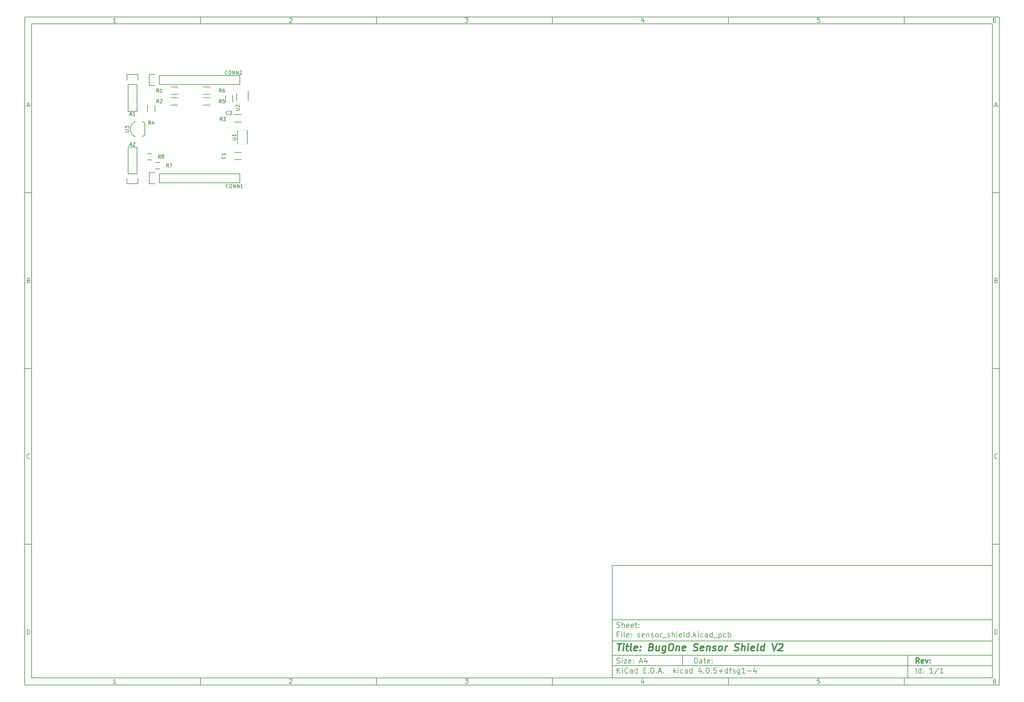
<source format=gto>
G04 #@! TF.FileFunction,Legend,Top*
%FSLAX46Y46*%
G04 Gerber Fmt 4.6, Leading zero omitted, Abs format (unit mm)*
G04 Created by KiCad (PCBNEW 4.0.5+dfsg1-4) date Tue Mar  7 19:26:32 2017*
%MOMM*%
%LPD*%
G01*
G04 APERTURE LIST*
%ADD10C,0.100000*%
%ADD11C,0.150000*%
%ADD12C,0.300000*%
%ADD13C,0.400000*%
G04 APERTURE END LIST*
D10*
D11*
X177002200Y-166007200D02*
X177002200Y-198007200D01*
X285002200Y-198007200D01*
X285002200Y-166007200D01*
X177002200Y-166007200D01*
D10*
D11*
X10000000Y-10000000D02*
X10000000Y-200007200D01*
X287002200Y-200007200D01*
X287002200Y-10000000D01*
X10000000Y-10000000D01*
D10*
D11*
X12000000Y-12000000D02*
X12000000Y-198007200D01*
X285002200Y-198007200D01*
X285002200Y-12000000D01*
X12000000Y-12000000D01*
D10*
D11*
X60000000Y-12000000D02*
X60000000Y-10000000D01*
D10*
D11*
X110000000Y-12000000D02*
X110000000Y-10000000D01*
D10*
D11*
X160000000Y-12000000D02*
X160000000Y-10000000D01*
D10*
D11*
X210000000Y-12000000D02*
X210000000Y-10000000D01*
D10*
D11*
X260000000Y-12000000D02*
X260000000Y-10000000D01*
D10*
D11*
X35990476Y-11588095D02*
X35247619Y-11588095D01*
X35619048Y-11588095D02*
X35619048Y-10288095D01*
X35495238Y-10473810D01*
X35371429Y-10597619D01*
X35247619Y-10659524D01*
D10*
D11*
X85247619Y-10411905D02*
X85309524Y-10350000D01*
X85433333Y-10288095D01*
X85742857Y-10288095D01*
X85866667Y-10350000D01*
X85928571Y-10411905D01*
X85990476Y-10535714D01*
X85990476Y-10659524D01*
X85928571Y-10845238D01*
X85185714Y-11588095D01*
X85990476Y-11588095D01*
D10*
D11*
X135185714Y-10288095D02*
X135990476Y-10288095D01*
X135557143Y-10783333D01*
X135742857Y-10783333D01*
X135866667Y-10845238D01*
X135928571Y-10907143D01*
X135990476Y-11030952D01*
X135990476Y-11340476D01*
X135928571Y-11464286D01*
X135866667Y-11526190D01*
X135742857Y-11588095D01*
X135371429Y-11588095D01*
X135247619Y-11526190D01*
X135185714Y-11464286D01*
D10*
D11*
X185866667Y-10721429D02*
X185866667Y-11588095D01*
X185557143Y-10226190D02*
X185247619Y-11154762D01*
X186052381Y-11154762D01*
D10*
D11*
X235928571Y-10288095D02*
X235309524Y-10288095D01*
X235247619Y-10907143D01*
X235309524Y-10845238D01*
X235433333Y-10783333D01*
X235742857Y-10783333D01*
X235866667Y-10845238D01*
X235928571Y-10907143D01*
X235990476Y-11030952D01*
X235990476Y-11340476D01*
X235928571Y-11464286D01*
X235866667Y-11526190D01*
X235742857Y-11588095D01*
X235433333Y-11588095D01*
X235309524Y-11526190D01*
X235247619Y-11464286D01*
D10*
D11*
X285866667Y-10288095D02*
X285619048Y-10288095D01*
X285495238Y-10350000D01*
X285433333Y-10411905D01*
X285309524Y-10597619D01*
X285247619Y-10845238D01*
X285247619Y-11340476D01*
X285309524Y-11464286D01*
X285371429Y-11526190D01*
X285495238Y-11588095D01*
X285742857Y-11588095D01*
X285866667Y-11526190D01*
X285928571Y-11464286D01*
X285990476Y-11340476D01*
X285990476Y-11030952D01*
X285928571Y-10907143D01*
X285866667Y-10845238D01*
X285742857Y-10783333D01*
X285495238Y-10783333D01*
X285371429Y-10845238D01*
X285309524Y-10907143D01*
X285247619Y-11030952D01*
D10*
D11*
X60000000Y-198007200D02*
X60000000Y-200007200D01*
D10*
D11*
X110000000Y-198007200D02*
X110000000Y-200007200D01*
D10*
D11*
X160000000Y-198007200D02*
X160000000Y-200007200D01*
D10*
D11*
X210000000Y-198007200D02*
X210000000Y-200007200D01*
D10*
D11*
X260000000Y-198007200D02*
X260000000Y-200007200D01*
D10*
D11*
X35990476Y-199595295D02*
X35247619Y-199595295D01*
X35619048Y-199595295D02*
X35619048Y-198295295D01*
X35495238Y-198481010D01*
X35371429Y-198604819D01*
X35247619Y-198666724D01*
D10*
D11*
X85247619Y-198419105D02*
X85309524Y-198357200D01*
X85433333Y-198295295D01*
X85742857Y-198295295D01*
X85866667Y-198357200D01*
X85928571Y-198419105D01*
X85990476Y-198542914D01*
X85990476Y-198666724D01*
X85928571Y-198852438D01*
X85185714Y-199595295D01*
X85990476Y-199595295D01*
D10*
D11*
X135185714Y-198295295D02*
X135990476Y-198295295D01*
X135557143Y-198790533D01*
X135742857Y-198790533D01*
X135866667Y-198852438D01*
X135928571Y-198914343D01*
X135990476Y-199038152D01*
X135990476Y-199347676D01*
X135928571Y-199471486D01*
X135866667Y-199533390D01*
X135742857Y-199595295D01*
X135371429Y-199595295D01*
X135247619Y-199533390D01*
X135185714Y-199471486D01*
D10*
D11*
X185866667Y-198728629D02*
X185866667Y-199595295D01*
X185557143Y-198233390D02*
X185247619Y-199161962D01*
X186052381Y-199161962D01*
D10*
D11*
X235928571Y-198295295D02*
X235309524Y-198295295D01*
X235247619Y-198914343D01*
X235309524Y-198852438D01*
X235433333Y-198790533D01*
X235742857Y-198790533D01*
X235866667Y-198852438D01*
X235928571Y-198914343D01*
X235990476Y-199038152D01*
X235990476Y-199347676D01*
X235928571Y-199471486D01*
X235866667Y-199533390D01*
X235742857Y-199595295D01*
X235433333Y-199595295D01*
X235309524Y-199533390D01*
X235247619Y-199471486D01*
D10*
D11*
X285866667Y-198295295D02*
X285619048Y-198295295D01*
X285495238Y-198357200D01*
X285433333Y-198419105D01*
X285309524Y-198604819D01*
X285247619Y-198852438D01*
X285247619Y-199347676D01*
X285309524Y-199471486D01*
X285371429Y-199533390D01*
X285495238Y-199595295D01*
X285742857Y-199595295D01*
X285866667Y-199533390D01*
X285928571Y-199471486D01*
X285990476Y-199347676D01*
X285990476Y-199038152D01*
X285928571Y-198914343D01*
X285866667Y-198852438D01*
X285742857Y-198790533D01*
X285495238Y-198790533D01*
X285371429Y-198852438D01*
X285309524Y-198914343D01*
X285247619Y-199038152D01*
D10*
D11*
X10000000Y-60000000D02*
X12000000Y-60000000D01*
D10*
D11*
X10000000Y-110000000D02*
X12000000Y-110000000D01*
D10*
D11*
X10000000Y-160000000D02*
X12000000Y-160000000D01*
D10*
D11*
X10690476Y-35216667D02*
X11309524Y-35216667D01*
X10566667Y-35588095D02*
X11000000Y-34288095D01*
X11433333Y-35588095D01*
D10*
D11*
X11092857Y-84907143D02*
X11278571Y-84969048D01*
X11340476Y-85030952D01*
X11402381Y-85154762D01*
X11402381Y-85340476D01*
X11340476Y-85464286D01*
X11278571Y-85526190D01*
X11154762Y-85588095D01*
X10659524Y-85588095D01*
X10659524Y-84288095D01*
X11092857Y-84288095D01*
X11216667Y-84350000D01*
X11278571Y-84411905D01*
X11340476Y-84535714D01*
X11340476Y-84659524D01*
X11278571Y-84783333D01*
X11216667Y-84845238D01*
X11092857Y-84907143D01*
X10659524Y-84907143D01*
D10*
D11*
X11402381Y-135464286D02*
X11340476Y-135526190D01*
X11154762Y-135588095D01*
X11030952Y-135588095D01*
X10845238Y-135526190D01*
X10721429Y-135402381D01*
X10659524Y-135278571D01*
X10597619Y-135030952D01*
X10597619Y-134845238D01*
X10659524Y-134597619D01*
X10721429Y-134473810D01*
X10845238Y-134350000D01*
X11030952Y-134288095D01*
X11154762Y-134288095D01*
X11340476Y-134350000D01*
X11402381Y-134411905D01*
D10*
D11*
X10659524Y-185588095D02*
X10659524Y-184288095D01*
X10969048Y-184288095D01*
X11154762Y-184350000D01*
X11278571Y-184473810D01*
X11340476Y-184597619D01*
X11402381Y-184845238D01*
X11402381Y-185030952D01*
X11340476Y-185278571D01*
X11278571Y-185402381D01*
X11154762Y-185526190D01*
X10969048Y-185588095D01*
X10659524Y-185588095D01*
D10*
D11*
X287002200Y-60000000D02*
X285002200Y-60000000D01*
D10*
D11*
X287002200Y-110000000D02*
X285002200Y-110000000D01*
D10*
D11*
X287002200Y-160000000D02*
X285002200Y-160000000D01*
D10*
D11*
X285692676Y-35216667D02*
X286311724Y-35216667D01*
X285568867Y-35588095D02*
X286002200Y-34288095D01*
X286435533Y-35588095D01*
D10*
D11*
X286095057Y-84907143D02*
X286280771Y-84969048D01*
X286342676Y-85030952D01*
X286404581Y-85154762D01*
X286404581Y-85340476D01*
X286342676Y-85464286D01*
X286280771Y-85526190D01*
X286156962Y-85588095D01*
X285661724Y-85588095D01*
X285661724Y-84288095D01*
X286095057Y-84288095D01*
X286218867Y-84350000D01*
X286280771Y-84411905D01*
X286342676Y-84535714D01*
X286342676Y-84659524D01*
X286280771Y-84783333D01*
X286218867Y-84845238D01*
X286095057Y-84907143D01*
X285661724Y-84907143D01*
D10*
D11*
X286404581Y-135464286D02*
X286342676Y-135526190D01*
X286156962Y-135588095D01*
X286033152Y-135588095D01*
X285847438Y-135526190D01*
X285723629Y-135402381D01*
X285661724Y-135278571D01*
X285599819Y-135030952D01*
X285599819Y-134845238D01*
X285661724Y-134597619D01*
X285723629Y-134473810D01*
X285847438Y-134350000D01*
X286033152Y-134288095D01*
X286156962Y-134288095D01*
X286342676Y-134350000D01*
X286404581Y-134411905D01*
D10*
D11*
X285661724Y-185588095D02*
X285661724Y-184288095D01*
X285971248Y-184288095D01*
X286156962Y-184350000D01*
X286280771Y-184473810D01*
X286342676Y-184597619D01*
X286404581Y-184845238D01*
X286404581Y-185030952D01*
X286342676Y-185278571D01*
X286280771Y-185402381D01*
X286156962Y-185526190D01*
X285971248Y-185588095D01*
X285661724Y-185588095D01*
D10*
D11*
X200359343Y-193785771D02*
X200359343Y-192285771D01*
X200716486Y-192285771D01*
X200930771Y-192357200D01*
X201073629Y-192500057D01*
X201145057Y-192642914D01*
X201216486Y-192928629D01*
X201216486Y-193142914D01*
X201145057Y-193428629D01*
X201073629Y-193571486D01*
X200930771Y-193714343D01*
X200716486Y-193785771D01*
X200359343Y-193785771D01*
X202502200Y-193785771D02*
X202502200Y-193000057D01*
X202430771Y-192857200D01*
X202287914Y-192785771D01*
X202002200Y-192785771D01*
X201859343Y-192857200D01*
X202502200Y-193714343D02*
X202359343Y-193785771D01*
X202002200Y-193785771D01*
X201859343Y-193714343D01*
X201787914Y-193571486D01*
X201787914Y-193428629D01*
X201859343Y-193285771D01*
X202002200Y-193214343D01*
X202359343Y-193214343D01*
X202502200Y-193142914D01*
X203002200Y-192785771D02*
X203573629Y-192785771D01*
X203216486Y-192285771D02*
X203216486Y-193571486D01*
X203287914Y-193714343D01*
X203430772Y-193785771D01*
X203573629Y-193785771D01*
X204645057Y-193714343D02*
X204502200Y-193785771D01*
X204216486Y-193785771D01*
X204073629Y-193714343D01*
X204002200Y-193571486D01*
X204002200Y-193000057D01*
X204073629Y-192857200D01*
X204216486Y-192785771D01*
X204502200Y-192785771D01*
X204645057Y-192857200D01*
X204716486Y-193000057D01*
X204716486Y-193142914D01*
X204002200Y-193285771D01*
X205359343Y-193642914D02*
X205430771Y-193714343D01*
X205359343Y-193785771D01*
X205287914Y-193714343D01*
X205359343Y-193642914D01*
X205359343Y-193785771D01*
X205359343Y-192857200D02*
X205430771Y-192928629D01*
X205359343Y-193000057D01*
X205287914Y-192928629D01*
X205359343Y-192857200D01*
X205359343Y-193000057D01*
D10*
D11*
X177002200Y-194507200D02*
X285002200Y-194507200D01*
D10*
D11*
X178359343Y-196585771D02*
X178359343Y-195085771D01*
X179216486Y-196585771D02*
X178573629Y-195728629D01*
X179216486Y-195085771D02*
X178359343Y-195942914D01*
X179859343Y-196585771D02*
X179859343Y-195585771D01*
X179859343Y-195085771D02*
X179787914Y-195157200D01*
X179859343Y-195228629D01*
X179930771Y-195157200D01*
X179859343Y-195085771D01*
X179859343Y-195228629D01*
X181430772Y-196442914D02*
X181359343Y-196514343D01*
X181145057Y-196585771D01*
X181002200Y-196585771D01*
X180787915Y-196514343D01*
X180645057Y-196371486D01*
X180573629Y-196228629D01*
X180502200Y-195942914D01*
X180502200Y-195728629D01*
X180573629Y-195442914D01*
X180645057Y-195300057D01*
X180787915Y-195157200D01*
X181002200Y-195085771D01*
X181145057Y-195085771D01*
X181359343Y-195157200D01*
X181430772Y-195228629D01*
X182716486Y-196585771D02*
X182716486Y-195800057D01*
X182645057Y-195657200D01*
X182502200Y-195585771D01*
X182216486Y-195585771D01*
X182073629Y-195657200D01*
X182716486Y-196514343D02*
X182573629Y-196585771D01*
X182216486Y-196585771D01*
X182073629Y-196514343D01*
X182002200Y-196371486D01*
X182002200Y-196228629D01*
X182073629Y-196085771D01*
X182216486Y-196014343D01*
X182573629Y-196014343D01*
X182716486Y-195942914D01*
X184073629Y-196585771D02*
X184073629Y-195085771D01*
X184073629Y-196514343D02*
X183930772Y-196585771D01*
X183645058Y-196585771D01*
X183502200Y-196514343D01*
X183430772Y-196442914D01*
X183359343Y-196300057D01*
X183359343Y-195871486D01*
X183430772Y-195728629D01*
X183502200Y-195657200D01*
X183645058Y-195585771D01*
X183930772Y-195585771D01*
X184073629Y-195657200D01*
X185930772Y-195800057D02*
X186430772Y-195800057D01*
X186645058Y-196585771D02*
X185930772Y-196585771D01*
X185930772Y-195085771D01*
X186645058Y-195085771D01*
X187287915Y-196442914D02*
X187359343Y-196514343D01*
X187287915Y-196585771D01*
X187216486Y-196514343D01*
X187287915Y-196442914D01*
X187287915Y-196585771D01*
X188002201Y-196585771D02*
X188002201Y-195085771D01*
X188359344Y-195085771D01*
X188573629Y-195157200D01*
X188716487Y-195300057D01*
X188787915Y-195442914D01*
X188859344Y-195728629D01*
X188859344Y-195942914D01*
X188787915Y-196228629D01*
X188716487Y-196371486D01*
X188573629Y-196514343D01*
X188359344Y-196585771D01*
X188002201Y-196585771D01*
X189502201Y-196442914D02*
X189573629Y-196514343D01*
X189502201Y-196585771D01*
X189430772Y-196514343D01*
X189502201Y-196442914D01*
X189502201Y-196585771D01*
X190145058Y-196157200D02*
X190859344Y-196157200D01*
X190002201Y-196585771D02*
X190502201Y-195085771D01*
X191002201Y-196585771D01*
X191502201Y-196442914D02*
X191573629Y-196514343D01*
X191502201Y-196585771D01*
X191430772Y-196514343D01*
X191502201Y-196442914D01*
X191502201Y-196585771D01*
X194502201Y-196585771D02*
X194502201Y-195085771D01*
X194645058Y-196014343D02*
X195073629Y-196585771D01*
X195073629Y-195585771D02*
X194502201Y-196157200D01*
X195716487Y-196585771D02*
X195716487Y-195585771D01*
X195716487Y-195085771D02*
X195645058Y-195157200D01*
X195716487Y-195228629D01*
X195787915Y-195157200D01*
X195716487Y-195085771D01*
X195716487Y-195228629D01*
X197073630Y-196514343D02*
X196930773Y-196585771D01*
X196645059Y-196585771D01*
X196502201Y-196514343D01*
X196430773Y-196442914D01*
X196359344Y-196300057D01*
X196359344Y-195871486D01*
X196430773Y-195728629D01*
X196502201Y-195657200D01*
X196645059Y-195585771D01*
X196930773Y-195585771D01*
X197073630Y-195657200D01*
X198359344Y-196585771D02*
X198359344Y-195800057D01*
X198287915Y-195657200D01*
X198145058Y-195585771D01*
X197859344Y-195585771D01*
X197716487Y-195657200D01*
X198359344Y-196514343D02*
X198216487Y-196585771D01*
X197859344Y-196585771D01*
X197716487Y-196514343D01*
X197645058Y-196371486D01*
X197645058Y-196228629D01*
X197716487Y-196085771D01*
X197859344Y-196014343D01*
X198216487Y-196014343D01*
X198359344Y-195942914D01*
X199716487Y-196585771D02*
X199716487Y-195085771D01*
X199716487Y-196514343D02*
X199573630Y-196585771D01*
X199287916Y-196585771D01*
X199145058Y-196514343D01*
X199073630Y-196442914D01*
X199002201Y-196300057D01*
X199002201Y-195871486D01*
X199073630Y-195728629D01*
X199145058Y-195657200D01*
X199287916Y-195585771D01*
X199573630Y-195585771D01*
X199716487Y-195657200D01*
X202216487Y-195585771D02*
X202216487Y-196585771D01*
X201859344Y-195014343D02*
X201502201Y-196085771D01*
X202430773Y-196085771D01*
X203002201Y-196442914D02*
X203073629Y-196514343D01*
X203002201Y-196585771D01*
X202930772Y-196514343D01*
X203002201Y-196442914D01*
X203002201Y-196585771D01*
X204002201Y-195085771D02*
X204145058Y-195085771D01*
X204287915Y-195157200D01*
X204359344Y-195228629D01*
X204430773Y-195371486D01*
X204502201Y-195657200D01*
X204502201Y-196014343D01*
X204430773Y-196300057D01*
X204359344Y-196442914D01*
X204287915Y-196514343D01*
X204145058Y-196585771D01*
X204002201Y-196585771D01*
X203859344Y-196514343D01*
X203787915Y-196442914D01*
X203716487Y-196300057D01*
X203645058Y-196014343D01*
X203645058Y-195657200D01*
X203716487Y-195371486D01*
X203787915Y-195228629D01*
X203859344Y-195157200D01*
X204002201Y-195085771D01*
X205145058Y-196442914D02*
X205216486Y-196514343D01*
X205145058Y-196585771D01*
X205073629Y-196514343D01*
X205145058Y-196442914D01*
X205145058Y-196585771D01*
X206573630Y-195085771D02*
X205859344Y-195085771D01*
X205787915Y-195800057D01*
X205859344Y-195728629D01*
X206002201Y-195657200D01*
X206359344Y-195657200D01*
X206502201Y-195728629D01*
X206573630Y-195800057D01*
X206645058Y-195942914D01*
X206645058Y-196300057D01*
X206573630Y-196442914D01*
X206502201Y-196514343D01*
X206359344Y-196585771D01*
X206002201Y-196585771D01*
X205859344Y-196514343D01*
X205787915Y-196442914D01*
X207287915Y-196014343D02*
X208430772Y-196014343D01*
X207859343Y-196585771D02*
X207859343Y-195442914D01*
X209787915Y-196585771D02*
X209787915Y-195085771D01*
X209787915Y-196514343D02*
X209645058Y-196585771D01*
X209359344Y-196585771D01*
X209216486Y-196514343D01*
X209145058Y-196442914D01*
X209073629Y-196300057D01*
X209073629Y-195871486D01*
X209145058Y-195728629D01*
X209216486Y-195657200D01*
X209359344Y-195585771D01*
X209645058Y-195585771D01*
X209787915Y-195657200D01*
X210287915Y-195585771D02*
X210859344Y-195585771D01*
X210502201Y-196585771D02*
X210502201Y-195300057D01*
X210573629Y-195157200D01*
X210716487Y-195085771D01*
X210859344Y-195085771D01*
X211287915Y-196514343D02*
X211430772Y-196585771D01*
X211716487Y-196585771D01*
X211859344Y-196514343D01*
X211930772Y-196371486D01*
X211930772Y-196300057D01*
X211859344Y-196157200D01*
X211716487Y-196085771D01*
X211502201Y-196085771D01*
X211359344Y-196014343D01*
X211287915Y-195871486D01*
X211287915Y-195800057D01*
X211359344Y-195657200D01*
X211502201Y-195585771D01*
X211716487Y-195585771D01*
X211859344Y-195657200D01*
X213216487Y-195585771D02*
X213216487Y-196800057D01*
X213145058Y-196942914D01*
X213073630Y-197014343D01*
X212930773Y-197085771D01*
X212716487Y-197085771D01*
X212573630Y-197014343D01*
X213216487Y-196514343D02*
X213073630Y-196585771D01*
X212787916Y-196585771D01*
X212645058Y-196514343D01*
X212573630Y-196442914D01*
X212502201Y-196300057D01*
X212502201Y-195871486D01*
X212573630Y-195728629D01*
X212645058Y-195657200D01*
X212787916Y-195585771D01*
X213073630Y-195585771D01*
X213216487Y-195657200D01*
X214716487Y-196585771D02*
X213859344Y-196585771D01*
X214287916Y-196585771D02*
X214287916Y-195085771D01*
X214145059Y-195300057D01*
X214002201Y-195442914D01*
X213859344Y-195514343D01*
X215359344Y-196014343D02*
X216502201Y-196014343D01*
X217859344Y-195585771D02*
X217859344Y-196585771D01*
X217502201Y-195014343D02*
X217145058Y-196085771D01*
X218073630Y-196085771D01*
D10*
D11*
X177002200Y-191507200D02*
X285002200Y-191507200D01*
D10*
D12*
X264216486Y-193785771D02*
X263716486Y-193071486D01*
X263359343Y-193785771D02*
X263359343Y-192285771D01*
X263930771Y-192285771D01*
X264073629Y-192357200D01*
X264145057Y-192428629D01*
X264216486Y-192571486D01*
X264216486Y-192785771D01*
X264145057Y-192928629D01*
X264073629Y-193000057D01*
X263930771Y-193071486D01*
X263359343Y-193071486D01*
X265430771Y-193714343D02*
X265287914Y-193785771D01*
X265002200Y-193785771D01*
X264859343Y-193714343D01*
X264787914Y-193571486D01*
X264787914Y-193000057D01*
X264859343Y-192857200D01*
X265002200Y-192785771D01*
X265287914Y-192785771D01*
X265430771Y-192857200D01*
X265502200Y-193000057D01*
X265502200Y-193142914D01*
X264787914Y-193285771D01*
X266002200Y-192785771D02*
X266359343Y-193785771D01*
X266716485Y-192785771D01*
X267287914Y-193642914D02*
X267359342Y-193714343D01*
X267287914Y-193785771D01*
X267216485Y-193714343D01*
X267287914Y-193642914D01*
X267287914Y-193785771D01*
X267287914Y-192857200D02*
X267359342Y-192928629D01*
X267287914Y-193000057D01*
X267216485Y-192928629D01*
X267287914Y-192857200D01*
X267287914Y-193000057D01*
D10*
D11*
X178287914Y-193714343D02*
X178502200Y-193785771D01*
X178859343Y-193785771D01*
X179002200Y-193714343D01*
X179073629Y-193642914D01*
X179145057Y-193500057D01*
X179145057Y-193357200D01*
X179073629Y-193214343D01*
X179002200Y-193142914D01*
X178859343Y-193071486D01*
X178573629Y-193000057D01*
X178430771Y-192928629D01*
X178359343Y-192857200D01*
X178287914Y-192714343D01*
X178287914Y-192571486D01*
X178359343Y-192428629D01*
X178430771Y-192357200D01*
X178573629Y-192285771D01*
X178930771Y-192285771D01*
X179145057Y-192357200D01*
X179787914Y-193785771D02*
X179787914Y-192785771D01*
X179787914Y-192285771D02*
X179716485Y-192357200D01*
X179787914Y-192428629D01*
X179859342Y-192357200D01*
X179787914Y-192285771D01*
X179787914Y-192428629D01*
X180359343Y-192785771D02*
X181145057Y-192785771D01*
X180359343Y-193785771D01*
X181145057Y-193785771D01*
X182287914Y-193714343D02*
X182145057Y-193785771D01*
X181859343Y-193785771D01*
X181716486Y-193714343D01*
X181645057Y-193571486D01*
X181645057Y-193000057D01*
X181716486Y-192857200D01*
X181859343Y-192785771D01*
X182145057Y-192785771D01*
X182287914Y-192857200D01*
X182359343Y-193000057D01*
X182359343Y-193142914D01*
X181645057Y-193285771D01*
X183002200Y-193642914D02*
X183073628Y-193714343D01*
X183002200Y-193785771D01*
X182930771Y-193714343D01*
X183002200Y-193642914D01*
X183002200Y-193785771D01*
X183002200Y-192857200D02*
X183073628Y-192928629D01*
X183002200Y-193000057D01*
X182930771Y-192928629D01*
X183002200Y-192857200D01*
X183002200Y-193000057D01*
X184787914Y-193357200D02*
X185502200Y-193357200D01*
X184645057Y-193785771D02*
X185145057Y-192285771D01*
X185645057Y-193785771D01*
X186787914Y-192785771D02*
X186787914Y-193785771D01*
X186430771Y-192214343D02*
X186073628Y-193285771D01*
X187002200Y-193285771D01*
D10*
D11*
X263359343Y-196585771D02*
X263359343Y-195085771D01*
X264716486Y-196585771D02*
X264716486Y-195085771D01*
X264716486Y-196514343D02*
X264573629Y-196585771D01*
X264287915Y-196585771D01*
X264145057Y-196514343D01*
X264073629Y-196442914D01*
X264002200Y-196300057D01*
X264002200Y-195871486D01*
X264073629Y-195728629D01*
X264145057Y-195657200D01*
X264287915Y-195585771D01*
X264573629Y-195585771D01*
X264716486Y-195657200D01*
X265430772Y-196442914D02*
X265502200Y-196514343D01*
X265430772Y-196585771D01*
X265359343Y-196514343D01*
X265430772Y-196442914D01*
X265430772Y-196585771D01*
X265430772Y-195657200D02*
X265502200Y-195728629D01*
X265430772Y-195800057D01*
X265359343Y-195728629D01*
X265430772Y-195657200D01*
X265430772Y-195800057D01*
X268073629Y-196585771D02*
X267216486Y-196585771D01*
X267645058Y-196585771D02*
X267645058Y-195085771D01*
X267502201Y-195300057D01*
X267359343Y-195442914D01*
X267216486Y-195514343D01*
X269787914Y-195014343D02*
X268502200Y-196942914D01*
X271073629Y-196585771D02*
X270216486Y-196585771D01*
X270645058Y-196585771D02*
X270645058Y-195085771D01*
X270502201Y-195300057D01*
X270359343Y-195442914D01*
X270216486Y-195514343D01*
D10*
D11*
X177002200Y-187507200D02*
X285002200Y-187507200D01*
D10*
D13*
X178454581Y-188211962D02*
X179597438Y-188211962D01*
X178776010Y-190211962D02*
X179026010Y-188211962D01*
X180014105Y-190211962D02*
X180180771Y-188878629D01*
X180264105Y-188211962D02*
X180156962Y-188307200D01*
X180240295Y-188402438D01*
X180347439Y-188307200D01*
X180264105Y-188211962D01*
X180240295Y-188402438D01*
X180847438Y-188878629D02*
X181609343Y-188878629D01*
X181216486Y-188211962D02*
X181002200Y-189926248D01*
X181073630Y-190116724D01*
X181252201Y-190211962D01*
X181442677Y-190211962D01*
X182395058Y-190211962D02*
X182216487Y-190116724D01*
X182145057Y-189926248D01*
X182359343Y-188211962D01*
X183930772Y-190116724D02*
X183728391Y-190211962D01*
X183347439Y-190211962D01*
X183168867Y-190116724D01*
X183097438Y-189926248D01*
X183192676Y-189164343D01*
X183311724Y-188973867D01*
X183514105Y-188878629D01*
X183895057Y-188878629D01*
X184073629Y-188973867D01*
X184145057Y-189164343D01*
X184121248Y-189354819D01*
X183145057Y-189545295D01*
X184895057Y-190021486D02*
X184978392Y-190116724D01*
X184871248Y-190211962D01*
X184787915Y-190116724D01*
X184895057Y-190021486D01*
X184871248Y-190211962D01*
X185026010Y-188973867D02*
X185109344Y-189069105D01*
X185002200Y-189164343D01*
X184918867Y-189069105D01*
X185026010Y-188973867D01*
X185002200Y-189164343D01*
X188145058Y-189164343D02*
X188418867Y-189259581D01*
X188502202Y-189354819D01*
X188573630Y-189545295D01*
X188537916Y-189831010D01*
X188418868Y-190021486D01*
X188311725Y-190116724D01*
X188109344Y-190211962D01*
X187347439Y-190211962D01*
X187597439Y-188211962D01*
X188264106Y-188211962D01*
X188442677Y-188307200D01*
X188526010Y-188402438D01*
X188597440Y-188592914D01*
X188573630Y-188783390D01*
X188454582Y-188973867D01*
X188347439Y-189069105D01*
X188145058Y-189164343D01*
X187478391Y-189164343D01*
X190371248Y-188878629D02*
X190204582Y-190211962D01*
X189514105Y-188878629D02*
X189383153Y-189926248D01*
X189454583Y-190116724D01*
X189633154Y-190211962D01*
X189918868Y-190211962D01*
X190121249Y-190116724D01*
X190228391Y-190021486D01*
X192180772Y-188878629D02*
X191978391Y-190497676D01*
X191859344Y-190688152D01*
X191752201Y-190783390D01*
X191549820Y-190878629D01*
X191264106Y-190878629D01*
X191085534Y-190783390D01*
X192026011Y-190116724D02*
X191823630Y-190211962D01*
X191442678Y-190211962D01*
X191264107Y-190116724D01*
X191180772Y-190021486D01*
X191109344Y-189831010D01*
X191180772Y-189259581D01*
X191299820Y-189069105D01*
X191406964Y-188973867D01*
X191609344Y-188878629D01*
X191990296Y-188878629D01*
X192168868Y-188973867D01*
X193597440Y-188211962D02*
X193978392Y-188211962D01*
X194156963Y-188307200D01*
X194323631Y-188497676D01*
X194371249Y-188878629D01*
X194287916Y-189545295D01*
X194145059Y-189926248D01*
X193930773Y-190116724D01*
X193728392Y-190211962D01*
X193347440Y-190211962D01*
X193168869Y-190116724D01*
X193002201Y-189926248D01*
X192954582Y-189545295D01*
X193037915Y-188878629D01*
X193180773Y-188497676D01*
X193395059Y-188307200D01*
X193597440Y-188211962D01*
X195228391Y-188878629D02*
X195061725Y-190211962D01*
X195204582Y-189069105D02*
X195311726Y-188973867D01*
X195514106Y-188878629D01*
X195799820Y-188878629D01*
X195978392Y-188973867D01*
X196049820Y-189164343D01*
X195918868Y-190211962D01*
X197645059Y-190116724D02*
X197442678Y-190211962D01*
X197061726Y-190211962D01*
X196883154Y-190116724D01*
X196811725Y-189926248D01*
X196906963Y-189164343D01*
X197026011Y-188973867D01*
X197228392Y-188878629D01*
X197609344Y-188878629D01*
X197787916Y-188973867D01*
X197859344Y-189164343D01*
X197835535Y-189354819D01*
X196859344Y-189545295D01*
X200026012Y-190116724D02*
X200299822Y-190211962D01*
X200776012Y-190211962D01*
X200978393Y-190116724D01*
X201085535Y-190021486D01*
X201204584Y-189831010D01*
X201228393Y-189640533D01*
X201156964Y-189450057D01*
X201073631Y-189354819D01*
X200895059Y-189259581D01*
X200526012Y-189164343D01*
X200347441Y-189069105D01*
X200264107Y-188973867D01*
X200192678Y-188783390D01*
X200216488Y-188592914D01*
X200335535Y-188402438D01*
X200442679Y-188307200D01*
X200645060Y-188211962D01*
X201121250Y-188211962D01*
X201395060Y-188307200D01*
X202787917Y-190116724D02*
X202585536Y-190211962D01*
X202204584Y-190211962D01*
X202026012Y-190116724D01*
X201954583Y-189926248D01*
X202049821Y-189164343D01*
X202168869Y-188973867D01*
X202371250Y-188878629D01*
X202752202Y-188878629D01*
X202930774Y-188973867D01*
X203002202Y-189164343D01*
X202978393Y-189354819D01*
X202002202Y-189545295D01*
X203895059Y-188878629D02*
X203728393Y-190211962D01*
X203871250Y-189069105D02*
X203978394Y-188973867D01*
X204180774Y-188878629D01*
X204466488Y-188878629D01*
X204645060Y-188973867D01*
X204716488Y-189164343D01*
X204585536Y-190211962D01*
X205454584Y-190116724D02*
X205633156Y-190211962D01*
X206014108Y-190211962D01*
X206216489Y-190116724D01*
X206335536Y-189926248D01*
X206347441Y-189831010D01*
X206276012Y-189640533D01*
X206097441Y-189545295D01*
X205811727Y-189545295D01*
X205633155Y-189450057D01*
X205561726Y-189259581D01*
X205573631Y-189164343D01*
X205692679Y-188973867D01*
X205895060Y-188878629D01*
X206180774Y-188878629D01*
X206359346Y-188973867D01*
X207442680Y-190211962D02*
X207264109Y-190116724D01*
X207180774Y-190021486D01*
X207109346Y-189831010D01*
X207180774Y-189259581D01*
X207299822Y-189069105D01*
X207406966Y-188973867D01*
X207609346Y-188878629D01*
X207895060Y-188878629D01*
X208073632Y-188973867D01*
X208156965Y-189069105D01*
X208228393Y-189259581D01*
X208156965Y-189831010D01*
X208037917Y-190021486D01*
X207930775Y-190116724D01*
X207728394Y-190211962D01*
X207442680Y-190211962D01*
X208966489Y-190211962D02*
X209133155Y-188878629D01*
X209085536Y-189259581D02*
X209204585Y-189069105D01*
X209311728Y-188973867D01*
X209514108Y-188878629D01*
X209704584Y-188878629D01*
X211645061Y-190116724D02*
X211918871Y-190211962D01*
X212395061Y-190211962D01*
X212597442Y-190116724D01*
X212704584Y-190021486D01*
X212823633Y-189831010D01*
X212847442Y-189640533D01*
X212776013Y-189450057D01*
X212692680Y-189354819D01*
X212514108Y-189259581D01*
X212145061Y-189164343D01*
X211966490Y-189069105D01*
X211883156Y-188973867D01*
X211811727Y-188783390D01*
X211835537Y-188592914D01*
X211954584Y-188402438D01*
X212061728Y-188307200D01*
X212264109Y-188211962D01*
X212740299Y-188211962D01*
X213014109Y-188307200D01*
X213633156Y-190211962D02*
X213883156Y-188211962D01*
X214490299Y-190211962D02*
X214621251Y-189164343D01*
X214549823Y-188973867D01*
X214371251Y-188878629D01*
X214085537Y-188878629D01*
X213883157Y-188973867D01*
X213776013Y-189069105D01*
X215442680Y-190211962D02*
X215609346Y-188878629D01*
X215692680Y-188211962D02*
X215585537Y-188307200D01*
X215668870Y-188402438D01*
X215776014Y-188307200D01*
X215692680Y-188211962D01*
X215668870Y-188402438D01*
X217168871Y-190116724D02*
X216966490Y-190211962D01*
X216585538Y-190211962D01*
X216406966Y-190116724D01*
X216335537Y-189926248D01*
X216430775Y-189164343D01*
X216549823Y-188973867D01*
X216752204Y-188878629D01*
X217133156Y-188878629D01*
X217311728Y-188973867D01*
X217383156Y-189164343D01*
X217359347Y-189354819D01*
X216383156Y-189545295D01*
X218395062Y-190211962D02*
X218216491Y-190116724D01*
X218145061Y-189926248D01*
X218359347Y-188211962D01*
X220014109Y-190211962D02*
X220264109Y-188211962D01*
X220026014Y-190116724D02*
X219823633Y-190211962D01*
X219442681Y-190211962D01*
X219264110Y-190116724D01*
X219180775Y-190021486D01*
X219109347Y-189831010D01*
X219180775Y-189259581D01*
X219299823Y-189069105D01*
X219406967Y-188973867D01*
X219609347Y-188878629D01*
X219990299Y-188878629D01*
X220168871Y-188973867D01*
X222454586Y-188211962D02*
X222871253Y-190211962D01*
X223787920Y-188211962D01*
X224335538Y-188402438D02*
X224442681Y-188307200D01*
X224645063Y-188211962D01*
X225121253Y-188211962D01*
X225299824Y-188307200D01*
X225383157Y-188402438D01*
X225454587Y-188592914D01*
X225430777Y-188783390D01*
X225299824Y-189069105D01*
X224014110Y-190211962D01*
X225252206Y-190211962D01*
D10*
D11*
X178859343Y-185600057D02*
X178359343Y-185600057D01*
X178359343Y-186385771D02*
X178359343Y-184885771D01*
X179073629Y-184885771D01*
X179645057Y-186385771D02*
X179645057Y-185385771D01*
X179645057Y-184885771D02*
X179573628Y-184957200D01*
X179645057Y-185028629D01*
X179716485Y-184957200D01*
X179645057Y-184885771D01*
X179645057Y-185028629D01*
X180573629Y-186385771D02*
X180430771Y-186314343D01*
X180359343Y-186171486D01*
X180359343Y-184885771D01*
X181716485Y-186314343D02*
X181573628Y-186385771D01*
X181287914Y-186385771D01*
X181145057Y-186314343D01*
X181073628Y-186171486D01*
X181073628Y-185600057D01*
X181145057Y-185457200D01*
X181287914Y-185385771D01*
X181573628Y-185385771D01*
X181716485Y-185457200D01*
X181787914Y-185600057D01*
X181787914Y-185742914D01*
X181073628Y-185885771D01*
X182430771Y-186242914D02*
X182502199Y-186314343D01*
X182430771Y-186385771D01*
X182359342Y-186314343D01*
X182430771Y-186242914D01*
X182430771Y-186385771D01*
X182430771Y-185457200D02*
X182502199Y-185528629D01*
X182430771Y-185600057D01*
X182359342Y-185528629D01*
X182430771Y-185457200D01*
X182430771Y-185600057D01*
X184216485Y-186314343D02*
X184359342Y-186385771D01*
X184645057Y-186385771D01*
X184787914Y-186314343D01*
X184859342Y-186171486D01*
X184859342Y-186100057D01*
X184787914Y-185957200D01*
X184645057Y-185885771D01*
X184430771Y-185885771D01*
X184287914Y-185814343D01*
X184216485Y-185671486D01*
X184216485Y-185600057D01*
X184287914Y-185457200D01*
X184430771Y-185385771D01*
X184645057Y-185385771D01*
X184787914Y-185457200D01*
X186073628Y-186314343D02*
X185930771Y-186385771D01*
X185645057Y-186385771D01*
X185502200Y-186314343D01*
X185430771Y-186171486D01*
X185430771Y-185600057D01*
X185502200Y-185457200D01*
X185645057Y-185385771D01*
X185930771Y-185385771D01*
X186073628Y-185457200D01*
X186145057Y-185600057D01*
X186145057Y-185742914D01*
X185430771Y-185885771D01*
X186787914Y-185385771D02*
X186787914Y-186385771D01*
X186787914Y-185528629D02*
X186859342Y-185457200D01*
X187002200Y-185385771D01*
X187216485Y-185385771D01*
X187359342Y-185457200D01*
X187430771Y-185600057D01*
X187430771Y-186385771D01*
X188073628Y-186314343D02*
X188216485Y-186385771D01*
X188502200Y-186385771D01*
X188645057Y-186314343D01*
X188716485Y-186171486D01*
X188716485Y-186100057D01*
X188645057Y-185957200D01*
X188502200Y-185885771D01*
X188287914Y-185885771D01*
X188145057Y-185814343D01*
X188073628Y-185671486D01*
X188073628Y-185600057D01*
X188145057Y-185457200D01*
X188287914Y-185385771D01*
X188502200Y-185385771D01*
X188645057Y-185457200D01*
X189573629Y-186385771D02*
X189430771Y-186314343D01*
X189359343Y-186242914D01*
X189287914Y-186100057D01*
X189287914Y-185671486D01*
X189359343Y-185528629D01*
X189430771Y-185457200D01*
X189573629Y-185385771D01*
X189787914Y-185385771D01*
X189930771Y-185457200D01*
X190002200Y-185528629D01*
X190073629Y-185671486D01*
X190073629Y-186100057D01*
X190002200Y-186242914D01*
X189930771Y-186314343D01*
X189787914Y-186385771D01*
X189573629Y-186385771D01*
X190716486Y-186385771D02*
X190716486Y-185385771D01*
X190716486Y-185671486D02*
X190787914Y-185528629D01*
X190859343Y-185457200D01*
X191002200Y-185385771D01*
X191145057Y-185385771D01*
X191287914Y-186528629D02*
X192430771Y-186528629D01*
X192716485Y-186314343D02*
X192859342Y-186385771D01*
X193145057Y-186385771D01*
X193287914Y-186314343D01*
X193359342Y-186171486D01*
X193359342Y-186100057D01*
X193287914Y-185957200D01*
X193145057Y-185885771D01*
X192930771Y-185885771D01*
X192787914Y-185814343D01*
X192716485Y-185671486D01*
X192716485Y-185600057D01*
X192787914Y-185457200D01*
X192930771Y-185385771D01*
X193145057Y-185385771D01*
X193287914Y-185457200D01*
X194002200Y-186385771D02*
X194002200Y-184885771D01*
X194645057Y-186385771D02*
X194645057Y-185600057D01*
X194573628Y-185457200D01*
X194430771Y-185385771D01*
X194216486Y-185385771D01*
X194073628Y-185457200D01*
X194002200Y-185528629D01*
X195359343Y-186385771D02*
X195359343Y-185385771D01*
X195359343Y-184885771D02*
X195287914Y-184957200D01*
X195359343Y-185028629D01*
X195430771Y-184957200D01*
X195359343Y-184885771D01*
X195359343Y-185028629D01*
X196645057Y-186314343D02*
X196502200Y-186385771D01*
X196216486Y-186385771D01*
X196073629Y-186314343D01*
X196002200Y-186171486D01*
X196002200Y-185600057D01*
X196073629Y-185457200D01*
X196216486Y-185385771D01*
X196502200Y-185385771D01*
X196645057Y-185457200D01*
X196716486Y-185600057D01*
X196716486Y-185742914D01*
X196002200Y-185885771D01*
X197573629Y-186385771D02*
X197430771Y-186314343D01*
X197359343Y-186171486D01*
X197359343Y-184885771D01*
X198787914Y-186385771D02*
X198787914Y-184885771D01*
X198787914Y-186314343D02*
X198645057Y-186385771D01*
X198359343Y-186385771D01*
X198216485Y-186314343D01*
X198145057Y-186242914D01*
X198073628Y-186100057D01*
X198073628Y-185671486D01*
X198145057Y-185528629D01*
X198216485Y-185457200D01*
X198359343Y-185385771D01*
X198645057Y-185385771D01*
X198787914Y-185457200D01*
X199502200Y-186242914D02*
X199573628Y-186314343D01*
X199502200Y-186385771D01*
X199430771Y-186314343D01*
X199502200Y-186242914D01*
X199502200Y-186385771D01*
X200216486Y-186385771D02*
X200216486Y-184885771D01*
X200359343Y-185814343D02*
X200787914Y-186385771D01*
X200787914Y-185385771D02*
X200216486Y-185957200D01*
X201430772Y-186385771D02*
X201430772Y-185385771D01*
X201430772Y-184885771D02*
X201359343Y-184957200D01*
X201430772Y-185028629D01*
X201502200Y-184957200D01*
X201430772Y-184885771D01*
X201430772Y-185028629D01*
X202787915Y-186314343D02*
X202645058Y-186385771D01*
X202359344Y-186385771D01*
X202216486Y-186314343D01*
X202145058Y-186242914D01*
X202073629Y-186100057D01*
X202073629Y-185671486D01*
X202145058Y-185528629D01*
X202216486Y-185457200D01*
X202359344Y-185385771D01*
X202645058Y-185385771D01*
X202787915Y-185457200D01*
X204073629Y-186385771D02*
X204073629Y-185600057D01*
X204002200Y-185457200D01*
X203859343Y-185385771D01*
X203573629Y-185385771D01*
X203430772Y-185457200D01*
X204073629Y-186314343D02*
X203930772Y-186385771D01*
X203573629Y-186385771D01*
X203430772Y-186314343D01*
X203359343Y-186171486D01*
X203359343Y-186028629D01*
X203430772Y-185885771D01*
X203573629Y-185814343D01*
X203930772Y-185814343D01*
X204073629Y-185742914D01*
X205430772Y-186385771D02*
X205430772Y-184885771D01*
X205430772Y-186314343D02*
X205287915Y-186385771D01*
X205002201Y-186385771D01*
X204859343Y-186314343D01*
X204787915Y-186242914D01*
X204716486Y-186100057D01*
X204716486Y-185671486D01*
X204787915Y-185528629D01*
X204859343Y-185457200D01*
X205002201Y-185385771D01*
X205287915Y-185385771D01*
X205430772Y-185457200D01*
X205787915Y-186528629D02*
X206930772Y-186528629D01*
X207287915Y-185385771D02*
X207287915Y-186885771D01*
X207287915Y-185457200D02*
X207430772Y-185385771D01*
X207716486Y-185385771D01*
X207859343Y-185457200D01*
X207930772Y-185528629D01*
X208002201Y-185671486D01*
X208002201Y-186100057D01*
X207930772Y-186242914D01*
X207859343Y-186314343D01*
X207716486Y-186385771D01*
X207430772Y-186385771D01*
X207287915Y-186314343D01*
X209287915Y-186314343D02*
X209145058Y-186385771D01*
X208859344Y-186385771D01*
X208716486Y-186314343D01*
X208645058Y-186242914D01*
X208573629Y-186100057D01*
X208573629Y-185671486D01*
X208645058Y-185528629D01*
X208716486Y-185457200D01*
X208859344Y-185385771D01*
X209145058Y-185385771D01*
X209287915Y-185457200D01*
X209930772Y-186385771D02*
X209930772Y-184885771D01*
X209930772Y-185457200D02*
X210073629Y-185385771D01*
X210359343Y-185385771D01*
X210502200Y-185457200D01*
X210573629Y-185528629D01*
X210645058Y-185671486D01*
X210645058Y-186100057D01*
X210573629Y-186242914D01*
X210502200Y-186314343D01*
X210359343Y-186385771D01*
X210073629Y-186385771D01*
X209930772Y-186314343D01*
D10*
D11*
X177002200Y-181507200D02*
X285002200Y-181507200D01*
D10*
D11*
X178287914Y-183614343D02*
X178502200Y-183685771D01*
X178859343Y-183685771D01*
X179002200Y-183614343D01*
X179073629Y-183542914D01*
X179145057Y-183400057D01*
X179145057Y-183257200D01*
X179073629Y-183114343D01*
X179002200Y-183042914D01*
X178859343Y-182971486D01*
X178573629Y-182900057D01*
X178430771Y-182828629D01*
X178359343Y-182757200D01*
X178287914Y-182614343D01*
X178287914Y-182471486D01*
X178359343Y-182328629D01*
X178430771Y-182257200D01*
X178573629Y-182185771D01*
X178930771Y-182185771D01*
X179145057Y-182257200D01*
X179787914Y-183685771D02*
X179787914Y-182185771D01*
X180430771Y-183685771D02*
X180430771Y-182900057D01*
X180359342Y-182757200D01*
X180216485Y-182685771D01*
X180002200Y-182685771D01*
X179859342Y-182757200D01*
X179787914Y-182828629D01*
X181716485Y-183614343D02*
X181573628Y-183685771D01*
X181287914Y-183685771D01*
X181145057Y-183614343D01*
X181073628Y-183471486D01*
X181073628Y-182900057D01*
X181145057Y-182757200D01*
X181287914Y-182685771D01*
X181573628Y-182685771D01*
X181716485Y-182757200D01*
X181787914Y-182900057D01*
X181787914Y-183042914D01*
X181073628Y-183185771D01*
X183002199Y-183614343D02*
X182859342Y-183685771D01*
X182573628Y-183685771D01*
X182430771Y-183614343D01*
X182359342Y-183471486D01*
X182359342Y-182900057D01*
X182430771Y-182757200D01*
X182573628Y-182685771D01*
X182859342Y-182685771D01*
X183002199Y-182757200D01*
X183073628Y-182900057D01*
X183073628Y-183042914D01*
X182359342Y-183185771D01*
X183502199Y-182685771D02*
X184073628Y-182685771D01*
X183716485Y-182185771D02*
X183716485Y-183471486D01*
X183787913Y-183614343D01*
X183930771Y-183685771D01*
X184073628Y-183685771D01*
X184573628Y-183542914D02*
X184645056Y-183614343D01*
X184573628Y-183685771D01*
X184502199Y-183614343D01*
X184573628Y-183542914D01*
X184573628Y-183685771D01*
X184573628Y-182757200D02*
X184645056Y-182828629D01*
X184573628Y-182900057D01*
X184502199Y-182828629D01*
X184573628Y-182757200D01*
X184573628Y-182900057D01*
D10*
D11*
X197002200Y-191507200D02*
X197002200Y-194507200D01*
D10*
D11*
X261002200Y-191507200D02*
X261002200Y-198007200D01*
X39370000Y-29210000D02*
X39370000Y-36830000D01*
X41910000Y-29210000D02*
X41910000Y-36830000D01*
X42190000Y-26390000D02*
X42190000Y-27940000D01*
X39370000Y-36830000D02*
X41910000Y-36830000D01*
X41910000Y-29210000D02*
X39370000Y-29210000D01*
X39090000Y-27940000D02*
X39090000Y-26390000D01*
X39090000Y-26390000D02*
X42190000Y-26390000D01*
X41910000Y-54610000D02*
X41910000Y-46990000D01*
X39370000Y-54610000D02*
X39370000Y-46990000D01*
X39090000Y-57430000D02*
X39090000Y-55880000D01*
X41910000Y-46990000D02*
X39370000Y-46990000D01*
X39370000Y-54610000D02*
X41910000Y-54610000D01*
X42190000Y-55880000D02*
X42190000Y-57430000D01*
X42190000Y-57430000D02*
X39090000Y-57430000D01*
X48260000Y-54610000D02*
X71120000Y-54610000D01*
X71120000Y-54610000D02*
X71120000Y-57150000D01*
X71120000Y-57150000D02*
X48260000Y-57150000D01*
X45440000Y-54330000D02*
X46990000Y-54330000D01*
X48260000Y-54610000D02*
X48260000Y-57150000D01*
X46990000Y-57430000D02*
X45440000Y-57430000D01*
X45440000Y-57430000D02*
X45440000Y-54330000D01*
X48260000Y-26670000D02*
X71120000Y-26670000D01*
X71120000Y-26670000D02*
X71120000Y-29210000D01*
X71120000Y-29210000D02*
X48260000Y-29210000D01*
X45440000Y-26390000D02*
X46990000Y-26390000D01*
X48260000Y-26670000D02*
X48260000Y-29210000D01*
X46990000Y-29490000D02*
X45440000Y-29490000D01*
X45440000Y-29490000D02*
X45440000Y-26390000D01*
X71612000Y-48505000D02*
X69612000Y-48505000D01*
X69612000Y-50555000D02*
X71612000Y-50555000D01*
X67047000Y-32274000D02*
X67047000Y-34274000D01*
X69097000Y-34274000D02*
X69097000Y-32274000D01*
X43414990Y-44097695D02*
G75*
G03X44118000Y-43610000I-996990J2187695D01*
G01*
X43414990Y-39722305D02*
G75*
G02X44118000Y-40210000I-996990J-2187695D01*
G01*
X44118000Y-43610000D02*
X44118000Y-40210000D01*
X41424873Y-44094879D02*
G75*
G02X40018000Y-41910000I993127J2184879D01*
G01*
X41424873Y-39725121D02*
G75*
G03X40018000Y-41910000I993127J-2184879D01*
G01*
X70232000Y-31741000D02*
X70232000Y-33791000D01*
X73532000Y-31036000D02*
X73532000Y-33791000D01*
X53578000Y-32063000D02*
X51578000Y-32063000D01*
X51578000Y-29913000D02*
X53578000Y-29913000D01*
X53578000Y-35111000D02*
X51578000Y-35111000D01*
X51578000Y-32961000D02*
X53578000Y-32961000D01*
X71612000Y-39937000D02*
X69612000Y-39937000D01*
X69612000Y-37787000D02*
X71612000Y-37787000D01*
X44899000Y-37068000D02*
X44899000Y-35068000D01*
X47049000Y-35068000D02*
X47049000Y-37068000D01*
X60722000Y-32961000D02*
X62722000Y-32961000D01*
X62722000Y-35111000D02*
X60722000Y-35111000D01*
X62722000Y-32063000D02*
X60722000Y-32063000D01*
X60722000Y-29913000D02*
X62722000Y-29913000D01*
X48352000Y-53199000D02*
X47152000Y-53199000D01*
X47152000Y-51449000D02*
X48352000Y-51449000D01*
X46066000Y-50659000D02*
X44866000Y-50659000D01*
X44866000Y-48909000D02*
X46066000Y-48909000D01*
X71432000Y-46196000D02*
X71382000Y-46196000D01*
X72382000Y-46196000D02*
X72332000Y-46196000D01*
X73282000Y-42196000D02*
X73282000Y-46196000D01*
X72332000Y-42196000D02*
X72382000Y-42196000D01*
X71432000Y-42196000D02*
X71382000Y-42196000D01*
X70482000Y-46196000D02*
X70482000Y-42196000D01*
X39925714Y-37758667D02*
X40401905Y-37758667D01*
X39830476Y-38044381D02*
X40163809Y-37044381D01*
X40497143Y-38044381D01*
X41354286Y-38044381D02*
X40782857Y-38044381D01*
X41068571Y-38044381D02*
X41068571Y-37044381D01*
X40973333Y-37187238D01*
X40878095Y-37282476D01*
X40782857Y-37330095D01*
X39925714Y-46394667D02*
X40401905Y-46394667D01*
X39830476Y-46680381D02*
X40163809Y-45680381D01*
X40497143Y-46680381D01*
X40782857Y-45775619D02*
X40830476Y-45728000D01*
X40925714Y-45680381D01*
X41163810Y-45680381D01*
X41259048Y-45728000D01*
X41306667Y-45775619D01*
X41354286Y-45870857D01*
X41354286Y-45966095D01*
X41306667Y-46108952D01*
X40735238Y-46680381D01*
X41354286Y-46680381D01*
X67857905Y-58523143D02*
X67810286Y-58570762D01*
X67667429Y-58618381D01*
X67572191Y-58618381D01*
X67429333Y-58570762D01*
X67334095Y-58475524D01*
X67286476Y-58380286D01*
X67238857Y-58189810D01*
X67238857Y-58046952D01*
X67286476Y-57856476D01*
X67334095Y-57761238D01*
X67429333Y-57666000D01*
X67572191Y-57618381D01*
X67667429Y-57618381D01*
X67810286Y-57666000D01*
X67857905Y-57713619D01*
X68476952Y-57618381D02*
X68667429Y-57618381D01*
X68762667Y-57666000D01*
X68857905Y-57761238D01*
X68905524Y-57951714D01*
X68905524Y-58285048D01*
X68857905Y-58475524D01*
X68762667Y-58570762D01*
X68667429Y-58618381D01*
X68476952Y-58618381D01*
X68381714Y-58570762D01*
X68286476Y-58475524D01*
X68238857Y-58285048D01*
X68238857Y-57951714D01*
X68286476Y-57761238D01*
X68381714Y-57666000D01*
X68476952Y-57618381D01*
X69334095Y-58618381D02*
X69334095Y-57618381D01*
X69905524Y-58618381D01*
X69905524Y-57618381D01*
X70381714Y-58618381D02*
X70381714Y-57618381D01*
X70953143Y-58618381D01*
X70953143Y-57618381D01*
X71953143Y-58618381D02*
X71381714Y-58618381D01*
X71667428Y-58618381D02*
X71667428Y-57618381D01*
X71572190Y-57761238D01*
X71476952Y-57856476D01*
X71381714Y-57904095D01*
X67603905Y-26265143D02*
X67556286Y-26312762D01*
X67413429Y-26360381D01*
X67318191Y-26360381D01*
X67175333Y-26312762D01*
X67080095Y-26217524D01*
X67032476Y-26122286D01*
X66984857Y-25931810D01*
X66984857Y-25788952D01*
X67032476Y-25598476D01*
X67080095Y-25503238D01*
X67175333Y-25408000D01*
X67318191Y-25360381D01*
X67413429Y-25360381D01*
X67556286Y-25408000D01*
X67603905Y-25455619D01*
X68222952Y-25360381D02*
X68413429Y-25360381D01*
X68508667Y-25408000D01*
X68603905Y-25503238D01*
X68651524Y-25693714D01*
X68651524Y-26027048D01*
X68603905Y-26217524D01*
X68508667Y-26312762D01*
X68413429Y-26360381D01*
X68222952Y-26360381D01*
X68127714Y-26312762D01*
X68032476Y-26217524D01*
X67984857Y-26027048D01*
X67984857Y-25693714D01*
X68032476Y-25503238D01*
X68127714Y-25408000D01*
X68222952Y-25360381D01*
X69080095Y-26360381D02*
X69080095Y-25360381D01*
X69651524Y-26360381D01*
X69651524Y-25360381D01*
X70127714Y-26360381D02*
X70127714Y-25360381D01*
X70699143Y-26360381D01*
X70699143Y-25360381D01*
X71127714Y-25455619D02*
X71175333Y-25408000D01*
X71270571Y-25360381D01*
X71508667Y-25360381D01*
X71603905Y-25408000D01*
X71651524Y-25455619D01*
X71699143Y-25550857D01*
X71699143Y-25646095D01*
X71651524Y-25788952D01*
X71080095Y-26360381D01*
X71699143Y-26360381D01*
X66905143Y-49696666D02*
X66952762Y-49744285D01*
X67000381Y-49887142D01*
X67000381Y-49982380D01*
X66952762Y-50125238D01*
X66857524Y-50220476D01*
X66762286Y-50268095D01*
X66571810Y-50315714D01*
X66428952Y-50315714D01*
X66238476Y-50268095D01*
X66143238Y-50220476D01*
X66048000Y-50125238D01*
X66000381Y-49982380D01*
X66000381Y-49887142D01*
X66048000Y-49744285D01*
X66095619Y-49696666D01*
X67000381Y-48744285D02*
X67000381Y-49315714D01*
X67000381Y-49030000D02*
X66000381Y-49030000D01*
X66143238Y-49125238D01*
X66238476Y-49220476D01*
X66286095Y-49315714D01*
X67905334Y-37695143D02*
X67857715Y-37742762D01*
X67714858Y-37790381D01*
X67619620Y-37790381D01*
X67476762Y-37742762D01*
X67381524Y-37647524D01*
X67333905Y-37552286D01*
X67286286Y-37361810D01*
X67286286Y-37218952D01*
X67333905Y-37028476D01*
X67381524Y-36933238D01*
X67476762Y-36838000D01*
X67619620Y-36790381D01*
X67714858Y-36790381D01*
X67857715Y-36838000D01*
X67905334Y-36885619D01*
X68286286Y-36885619D02*
X68333905Y-36838000D01*
X68429143Y-36790381D01*
X68667239Y-36790381D01*
X68762477Y-36838000D01*
X68810096Y-36885619D01*
X68857715Y-36980857D01*
X68857715Y-37076095D01*
X68810096Y-37218952D01*
X68238667Y-37790381D01*
X68857715Y-37790381D01*
X38568381Y-42671905D02*
X39377905Y-42671905D01*
X39473143Y-42624286D01*
X39520762Y-42576667D01*
X39568381Y-42481429D01*
X39568381Y-42290952D01*
X39520762Y-42195714D01*
X39473143Y-42148095D01*
X39377905Y-42100476D01*
X38568381Y-42100476D01*
X38568381Y-41719524D02*
X38568381Y-41100476D01*
X38949333Y-41433810D01*
X38949333Y-41290952D01*
X38996952Y-41195714D01*
X39044571Y-41148095D01*
X39139810Y-41100476D01*
X39377905Y-41100476D01*
X39473143Y-41148095D01*
X39520762Y-41195714D01*
X39568381Y-41290952D01*
X39568381Y-41576667D01*
X39520762Y-41671905D01*
X39473143Y-41719524D01*
X70064381Y-36575905D02*
X70873905Y-36575905D01*
X70969143Y-36528286D01*
X71016762Y-36480667D01*
X71064381Y-36385429D01*
X71064381Y-36194952D01*
X71016762Y-36099714D01*
X70969143Y-36052095D01*
X70873905Y-36004476D01*
X70064381Y-36004476D01*
X70159619Y-35575905D02*
X70112000Y-35528286D01*
X70064381Y-35433048D01*
X70064381Y-35194952D01*
X70112000Y-35099714D01*
X70159619Y-35052095D01*
X70254857Y-35004476D01*
X70350095Y-35004476D01*
X70492952Y-35052095D01*
X71064381Y-35623524D01*
X71064381Y-35004476D01*
X48093334Y-31440381D02*
X47760000Y-30964190D01*
X47521905Y-31440381D02*
X47521905Y-30440381D01*
X47902858Y-30440381D01*
X47998096Y-30488000D01*
X48045715Y-30535619D01*
X48093334Y-30630857D01*
X48093334Y-30773714D01*
X48045715Y-30868952D01*
X47998096Y-30916571D01*
X47902858Y-30964190D01*
X47521905Y-30964190D01*
X49045715Y-31440381D02*
X48474286Y-31440381D01*
X48760000Y-31440381D02*
X48760000Y-30440381D01*
X48664762Y-30583238D01*
X48569524Y-30678476D01*
X48474286Y-30726095D01*
X48093334Y-34488381D02*
X47760000Y-34012190D01*
X47521905Y-34488381D02*
X47521905Y-33488381D01*
X47902858Y-33488381D01*
X47998096Y-33536000D01*
X48045715Y-33583619D01*
X48093334Y-33678857D01*
X48093334Y-33821714D01*
X48045715Y-33916952D01*
X47998096Y-33964571D01*
X47902858Y-34012190D01*
X47521905Y-34012190D01*
X48474286Y-33583619D02*
X48521905Y-33536000D01*
X48617143Y-33488381D01*
X48855239Y-33488381D01*
X48950477Y-33536000D01*
X48998096Y-33583619D01*
X49045715Y-33678857D01*
X49045715Y-33774095D01*
X48998096Y-33916952D01*
X48426667Y-34488381D01*
X49045715Y-34488381D01*
X66127334Y-39568381D02*
X65794000Y-39092190D01*
X65555905Y-39568381D02*
X65555905Y-38568381D01*
X65936858Y-38568381D01*
X66032096Y-38616000D01*
X66079715Y-38663619D01*
X66127334Y-38758857D01*
X66127334Y-38901714D01*
X66079715Y-38996952D01*
X66032096Y-39044571D01*
X65936858Y-39092190D01*
X65555905Y-39092190D01*
X66460667Y-38568381D02*
X67079715Y-38568381D01*
X66746381Y-38949333D01*
X66889239Y-38949333D01*
X66984477Y-38996952D01*
X67032096Y-39044571D01*
X67079715Y-39139810D01*
X67079715Y-39377905D01*
X67032096Y-39473143D01*
X66984477Y-39520762D01*
X66889239Y-39568381D01*
X66603524Y-39568381D01*
X66508286Y-39520762D01*
X66460667Y-39473143D01*
X45807334Y-40584381D02*
X45474000Y-40108190D01*
X45235905Y-40584381D02*
X45235905Y-39584381D01*
X45616858Y-39584381D01*
X45712096Y-39632000D01*
X45759715Y-39679619D01*
X45807334Y-39774857D01*
X45807334Y-39917714D01*
X45759715Y-40012952D01*
X45712096Y-40060571D01*
X45616858Y-40108190D01*
X45235905Y-40108190D01*
X46664477Y-39917714D02*
X46664477Y-40584381D01*
X46426381Y-39536762D02*
X46188286Y-40251048D01*
X46807334Y-40251048D01*
X65873334Y-34488381D02*
X65540000Y-34012190D01*
X65301905Y-34488381D02*
X65301905Y-33488381D01*
X65682858Y-33488381D01*
X65778096Y-33536000D01*
X65825715Y-33583619D01*
X65873334Y-33678857D01*
X65873334Y-33821714D01*
X65825715Y-33916952D01*
X65778096Y-33964571D01*
X65682858Y-34012190D01*
X65301905Y-34012190D01*
X66778096Y-33488381D02*
X66301905Y-33488381D01*
X66254286Y-33964571D01*
X66301905Y-33916952D01*
X66397143Y-33869333D01*
X66635239Y-33869333D01*
X66730477Y-33916952D01*
X66778096Y-33964571D01*
X66825715Y-34059810D01*
X66825715Y-34297905D01*
X66778096Y-34393143D01*
X66730477Y-34440762D01*
X66635239Y-34488381D01*
X66397143Y-34488381D01*
X66301905Y-34440762D01*
X66254286Y-34393143D01*
X65873334Y-31440381D02*
X65540000Y-30964190D01*
X65301905Y-31440381D02*
X65301905Y-30440381D01*
X65682858Y-30440381D01*
X65778096Y-30488000D01*
X65825715Y-30535619D01*
X65873334Y-30630857D01*
X65873334Y-30773714D01*
X65825715Y-30868952D01*
X65778096Y-30916571D01*
X65682858Y-30964190D01*
X65301905Y-30964190D01*
X66730477Y-30440381D02*
X66540000Y-30440381D01*
X66444762Y-30488000D01*
X66397143Y-30535619D01*
X66301905Y-30678476D01*
X66254286Y-30868952D01*
X66254286Y-31249905D01*
X66301905Y-31345143D01*
X66349524Y-31392762D01*
X66444762Y-31440381D01*
X66635239Y-31440381D01*
X66730477Y-31392762D01*
X66778096Y-31345143D01*
X66825715Y-31249905D01*
X66825715Y-31011810D01*
X66778096Y-30916571D01*
X66730477Y-30868952D01*
X66635239Y-30821333D01*
X66444762Y-30821333D01*
X66349524Y-30868952D01*
X66301905Y-30916571D01*
X66254286Y-31011810D01*
X50887334Y-52776381D02*
X50554000Y-52300190D01*
X50315905Y-52776381D02*
X50315905Y-51776381D01*
X50696858Y-51776381D01*
X50792096Y-51824000D01*
X50839715Y-51871619D01*
X50887334Y-51966857D01*
X50887334Y-52109714D01*
X50839715Y-52204952D01*
X50792096Y-52252571D01*
X50696858Y-52300190D01*
X50315905Y-52300190D01*
X51220667Y-51776381D02*
X51887334Y-51776381D01*
X51458762Y-52776381D01*
X48601334Y-50236381D02*
X48268000Y-49760190D01*
X48029905Y-50236381D02*
X48029905Y-49236381D01*
X48410858Y-49236381D01*
X48506096Y-49284000D01*
X48553715Y-49331619D01*
X48601334Y-49426857D01*
X48601334Y-49569714D01*
X48553715Y-49664952D01*
X48506096Y-49712571D01*
X48410858Y-49760190D01*
X48029905Y-49760190D01*
X49172762Y-49664952D02*
X49077524Y-49617333D01*
X49029905Y-49569714D01*
X48982286Y-49474476D01*
X48982286Y-49426857D01*
X49029905Y-49331619D01*
X49077524Y-49284000D01*
X49172762Y-49236381D01*
X49363239Y-49236381D01*
X49458477Y-49284000D01*
X49506096Y-49331619D01*
X49553715Y-49426857D01*
X49553715Y-49474476D01*
X49506096Y-49569714D01*
X49458477Y-49617333D01*
X49363239Y-49664952D01*
X49172762Y-49664952D01*
X49077524Y-49712571D01*
X49029905Y-49760190D01*
X48982286Y-49855429D01*
X48982286Y-50045905D01*
X49029905Y-50141143D01*
X49077524Y-50188762D01*
X49172762Y-50236381D01*
X49363239Y-50236381D01*
X49458477Y-50188762D01*
X49506096Y-50141143D01*
X49553715Y-50045905D01*
X49553715Y-49855429D01*
X49506096Y-49760190D01*
X49458477Y-49712571D01*
X49363239Y-49664952D01*
X69048381Y-44957905D02*
X69857905Y-44957905D01*
X69953143Y-44910286D01*
X70000762Y-44862667D01*
X70048381Y-44767429D01*
X70048381Y-44576952D01*
X70000762Y-44481714D01*
X69953143Y-44434095D01*
X69857905Y-44386476D01*
X69048381Y-44386476D01*
X70048381Y-43386476D02*
X70048381Y-43957905D01*
X70048381Y-43672191D02*
X69048381Y-43672191D01*
X69191238Y-43767429D01*
X69286476Y-43862667D01*
X69334095Y-43957905D01*
M02*

</source>
